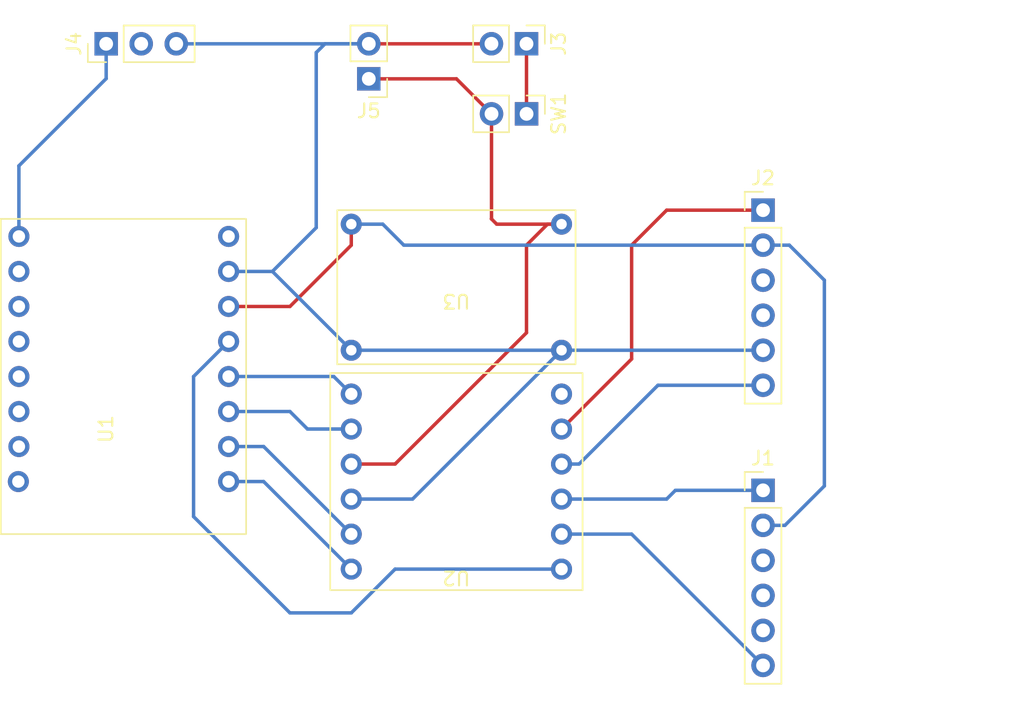
<source format=kicad_pcb>
(kicad_pcb (version 20221018) (generator pcbnew)
  (layers (0 "F.Cu" signal) (31 "B.Cu" signal) (34 "B.Paste" user) (35 "F.Paste" user) (36 "B.SilkS" user "B.Silkscreen") (37 "F.SilkS" user "F.Silkscreen") (38 "B.Mask" user) (39 "F.Mask" user) (44 "Edge.Cuts" user))
  (net 0 "")
  (net 1 "/ESC")
  (net 3 "GND")
  (net 4 "/+BATT SW")
  (net 5 "+BATT")
  (net 6 "+3.3V")
  (net 7 "/SLEEP")
  (net 8 "/M1 Control A")
  (net 9 "/M1 Control B")
  (net 10 "/M2 Control A")
  (net 11 "/M2 Control B")
  (net 12 "/M2 EB")
  (net 13 "/M2 EA")
  (net 14 "/M1 EB")
  (net 15 "/M1 EA")
  (net 16 "/M1 B")
  (net 17 "/M1 A")
  (net 18 "/M2 B")
  (net 19 "/M2 A")
  (footprint "My_Library:Mini360" (layer "F.Cu") (at 130.81 61.468 180)
    (fp_text reference "U3" (at 0 -1.008 180 unlocked) (layer "F.SilkS"))
    (fp_text value "Mini360")
    (fp_rect (start 8.636 -5.588) (end -8.636 5.588) (stroke (width 0.12)) (fill none) (layer "F.SilkS"))
    (pad "1" thru_hole circle (at -7.62 -4.572 180) (size 1.524 1.524) (drill 0.762) (layers "*.Cu" "*.Mask") (net 3 "GND"))
    (pad "2" thru_hole circle (at -7.62 4.572 180) (size 1.524 1.524) (drill 0.762) (layers "*.Cu" "*.Mask") (net 4 "/+BATT SW"))
    (pad "3" thru_hole circle (at 7.62 -4.572 180) (size 1.524 1.524) (drill 0.762) (layers "*.Cu" "*.Mask") (net 3 "GND"))
    (pad "4" thru_hole circle (at 7.62 4.572 180) (size 1.524 1.524) (drill 0.762) (layers "*.Cu" "*.Mask") (net 6 "+3.3V"))
  )
  (footprint "My_Library:HW-627" (layer "F.Cu") (at 130.81 76.835 180)
    (fp_text reference "U2" (at 0 -5.715 180 unlocked) (layer "F.SilkS"))
    (fp_text value "~")
    (fp_rect (start -9.144 -6.604) (end 9.144 9.144) (stroke (width 0.12)) (fill none) (layer "F.SilkS"))
    (pad "1" thru_hole circle (at -7.62 -5.08 180) (size 1.524 1.524) (drill 0.9) (layers "*.Cu" "*.Mask") (net 7 "/SLEEP"))
    (pad "2" thru_hole circle (at -7.62 -2.54 180) (size 1.524 1.524) (drill 0.9) (layers "*.Cu" "*.Mask") (net 16 "/M1 B"))
    (pad "3" thru_hole circle (at -7.62 0 180) (size 1.524 1.524) (drill 0.9) (layers "*.Cu" "*.Mask") (net 17 "/M1 A"))
    (pad "4" thru_hole circle (at -7.62 2.54 180) (size 1.524 1.524) (drill 0.9) (layers "*.Cu" "*.Mask") (net 18 "/M2 B"))
    (pad "5" thru_hole circle (at -7.62 5.08 180) (size 1.524 1.524) (drill 0.9) (layers "*.Cu" "*.Mask") (net 19 "/M2 A"))
    (pad "6" thru_hole circle (at -7.62 7.62 180) (size 1.524 1.524) (drill 0.9) (layers "*.Cu" "*.Mask"))
    (pad "7" thru_hole circle (at 7.62 7.62 180) (size 1.524 1.524) (drill 0.9) (layers "*.Cu" "*.Mask") (net 11 "/M2 Control B"))
    (pad "8" thru_hole circle (at 7.62 5.08 180) (size 1.524 1.524) (drill 0.9) (layers "*.Cu" "*.Mask") (net 10 "/M2 Control A"))
    (pad "9" thru_hole circle (at 7.62 2.54 180) (size 1.524 1.524) (drill 0.9) (layers "*.Cu" "*.Mask") (net 4 "/+BATT SW"))
    (pad "10" thru_hole circle (at 7.62 0 180) (size 1.524 1.524) (drill 0.9) (layers "*.Cu" "*.Mask") (net 3 "GND"))
    (pad "11" thru_hole circle (at 7.62 -2.54 180) (size 1.524 1.524) (drill 0.9) (layers "*.Cu" "*.Mask") (net 9 "/M1 Control B"))
    (pad "12" thru_hole circle (at 7.62 -5.08 180) (size 1.524 1.524) (drill 0.9) (layers "*.Cu" "*.Mask") (net 8 "/M1 Control A"))
  )
  (footprint "Espressif:ESP32-C3-SuperMini_PLUS" (layer "F.Cu") (at 106.68 67.945)
    (fp_text reference "U1" (at -1.27 3.81 90 unlocked) (layer "F.SilkS"))
    (fp_text value "~")
    (fp_rect (start -8.89 -11.43) (end 8.89 11.43) (stroke (width 0.12)) (fill none) (layer "F.SilkS"))
    (pad "1" thru_hole circle (at -7.58 -10.16) (size 1.524 1.524) (drill 0.9) (layers "*.Cu" "*.Mask") (net 1 "/ESC"))
    (pad "2" thru_hole circle (at -7.58 -7.62) (size 1.524 1.524) (drill 0.9) (layers "*.Cu" "*.Mask") (net 12 "/M2 EB"))
    (pad "3" thru_hole circle (at -7.58 -5.08) (size 1.524 1.524) (drill 0.9) (layers "*.Cu" "*.Mask") (net 13 "/M2 EA"))
    (pad "4" thru_hole circle (at -7.58 -2.54) (size 1.524 1.524) (drill 0.9) (layers "*.Cu" "*.Mask") (net 14 "/M1 EB"))
    (pad "5" thru_hole circle (at -7.58 0) (size 1.524 1.524) (drill 0.9) (layers "*.Cu" "*.Mask") (net 15 "/M1 EA"))
    (pad "6" thru_hole circle (at -7.58 2.54) (size 1.524 1.524) (drill 0.9) (layers "*.Cu" "*.Mask"))
    (pad "7" thru_hole circle (at -7.58 5.08) (size 1.524 1.524) (drill 0.9) (layers "*.Cu" "*.Mask"))
    (pad "8" thru_hole circle (at -7.62 7.62) (size 1.524 1.524) (drill 0.9) (layers "*.Cu" "*.Mask"))
    (pad "9" thru_hole circle (at 7.62 7.62) (size 1.524 1.524) (drill 0.9) (layers "*.Cu" "*.Mask") (net 8 "/M1 Control A"))
    (pad "10" thru_hole circle (at 7.62 5.08) (size 1.524 1.524) (drill 0.9) (layers "*.Cu" "*.Mask") (net 9 "/M1 Control B"))
    (pad "11" thru_hole circle (at 7.62 2.54) (size 1.524 1.524) (drill 0.9) (layers "*.Cu" "*.Mask") (net 10 "/M2 Control A"))
    (pad "12" thru_hole circle (at 7.62 0) (size 1.524 1.524) (drill 0.9) (layers "*.Cu" "*.Mask") (net 11 "/M2 Control B"))
    (pad "13" thru_hole circle (at 7.62 -2.54) (size 1.524 1.524) (drill 0.9) (layers "*.Cu" "*.Mask") (net 7 "/SLEEP"))
    (pad "14" thru_hole circle (at 7.62 -5.08) (size 1.524 1.524) (drill 0.9) (layers "*.Cu" "*.Mask") (net 6 "+3.3V"))
    (pad "15" thru_hole circle (at 7.62 -7.62) (size 1.524 1.524) (drill 0.9) (layers "*.Cu" "*.Mask") (net 3 "GND"))
    (pad "16" thru_hole circle (at 7.62 -10.16) (size 1.524 1.524) (drill 0.9) (layers "*.Cu" "*.Mask"))
  )
  (footprint "Connector_PinHeader_2.54mm:PinHeader_1x06_P2.54mm_Vertical" (layer "F.Cu") (at 153.035 55.88)
    (fp_text reference "J2" (at 0 -2.33) (layer "F.SilkS"))
    (fp_text value "Motor 1")
    (fp_line (start -1.33 -1.33) (end 0 -1.33) (stroke (width 0.12)) (layer "F.SilkS"))
    (fp_line (start -1.33 0) (end -1.33 -1.33) (stroke (width 0.12)) (layer "F.SilkS"))
    (fp_line (start -1.33 1.27) (end -1.33 14.03) (stroke (width 0.12)) (layer "F.SilkS"))
    (fp_line (start -1.33 1.27) (end 1.33 1.27) (stroke (width 0.12)) (layer "F.SilkS"))
    (fp_line (start -1.33 14.03) (end 1.33 14.03) (stroke (width 0.12)) (layer "F.SilkS"))
    (fp_line (start 1.33 1.27) (end 1.33 14.03) (stroke (width 0.12)) (layer "F.SilkS"))
    (pad "1" thru_hole rect (at 0 0) (size 1.7 1.7) (drill 1) (layers "*.Cu" "*.Mask") (net 19 "/M2 A"))
    (pad "2" thru_hole oval (at 0 2.54) (size 1.7 1.7) (drill 1) (layers "*.Cu" "*.Mask") (net 6 "+3.3V"))
    (pad "3" thru_hole oval (at 0 5.08) (size 1.7 1.7) (drill 1) (layers "*.Cu" "*.Mask") (net 12 "/M2 EB"))
    (pad "4" thru_hole oval (at 0 7.62) (size 1.7 1.7) (drill 1) (layers "*.Cu" "*.Mask") (net 13 "/M2 EA"))
    (pad "5" thru_hole oval (at 0 10.16) (size 1.7 1.7) (drill 1) (layers "*.Cu" "*.Mask") (net 3 "GND"))
    (pad "6" thru_hole oval (at 0 12.7) (size 1.7 1.7) (drill 1) (layers "*.Cu" "*.Mask") (net 18 "/M2 B"))
  )
  (footprint "Connector_PinHeader_2.54mm:PinHeader_1x02_P2.54mm_Vertical" (layer "F.Cu") (at 124.46 46.355 180)
    (fp_text reference "J5" (at 0 -2.33) (layer "F.SilkS"))
    (fp_text value "ESC_PWR")
    (fp_line (start -1.33 -1.33) (end 0 -1.33) (stroke (width 0.12)) (layer "F.SilkS"))
    (fp_line (start -1.33 0) (end -1.33 -1.33) (stroke (width 0.12)) (layer "F.SilkS"))
    (fp_line (start -1.33 1.27) (end -1.33 3.87) (stroke (width 0.12)) (layer "F.SilkS"))
    (fp_line (start -1.33 1.27) (end 1.33 1.27) (stroke (width 0.12)) (layer "F.SilkS"))
    (fp_line (start -1.33 3.87) (end 1.33 3.87) (stroke (width 0.12)) (layer "F.SilkS"))
    (fp_line (start 1.33 1.27) (end 1.33 3.87) (stroke (width 0.12)) (layer "F.SilkS"))
    (pad "1" thru_hole rect (at 0 0 180) (size 1.7 1.7) (drill 1) (layers "*.Cu" "*.Mask") (net 4 "/+BATT SW"))
    (pad "2" thru_hole oval (at 0 2.54 180) (size 1.7 1.7) (drill 1) (layers "*.Cu" "*.Mask") (net 3 "GND"))
  )
  (footprint "Connector_PinHeader_2.54mm:PinHeader_1x03_P2.54mm_Vertical" (layer "F.Cu") (at 105.425 43.815 90)
    (fp_text reference "J4" (at 0 -2.33 90) (layer "F.SilkS"))
    (fp_text value "ESC")
    (fp_line (start -1.33 -1.33) (end 0 -1.33) (stroke (width 0.12)) (layer "F.SilkS"))
    (fp_line (start -1.33 0) (end -1.33 -1.33) (stroke (width 0.12)) (layer "F.SilkS"))
    (fp_line (start -1.33 1.27) (end -1.33 6.41) (stroke (width 0.12)) (layer "F.SilkS"))
    (fp_line (start -1.33 1.27) (end 1.33 1.27) (stroke (width 0.12)) (layer "F.SilkS"))
    (fp_line (start -1.33 6.41) (end 1.33 6.41) (stroke (width 0.12)) (layer "F.SilkS"))
    (fp_line (start 1.33 1.27) (end 1.33 6.41) (stroke (width 0.12)) (layer "F.SilkS"))
    (pad "1" thru_hole rect (at 0 0 90) (size 1.7 1.7) (drill 1) (layers "*.Cu" "*.Mask") (net 1 "/ESC"))
    (pad "2" thru_hole oval (at 0 2.54 90) (size 1.7 1.7) (drill 1) (layers "*.Cu" "*.Mask"))
    (pad "3" thru_hole oval (at 0 5.08 90) (size 1.7 1.7) (drill 1) (layers "*.Cu" "*.Mask") (net 3 "GND"))
  )
  (footprint "Connector_PinHeader_2.54mm:PinHeader_1x02_P2.54mm_Vertical" (layer "F.Cu") (at 135.89 43.81 -90)
    (fp_text reference "J3" (at 0 -2.33 90) (layer "F.SilkS"))
    (fp_text value "Battery")
    (fp_line (start -1.33 -1.33) (end 0 -1.33) (stroke (width 0.12)) (layer "F.SilkS"))
    (fp_line (start -1.33 0) (end -1.33 -1.33) (stroke (width 0.12)) (layer "F.SilkS"))
    (fp_line (start -1.33 1.27) (end -1.33 3.87) (stroke (width 0.12)) (layer "F.SilkS"))
    (fp_line (start -1.33 1.27) (end 1.33 1.27) (stroke (width 0.12)) (layer "F.SilkS"))
    (fp_line (start -1.33 3.87) (end 1.33 3.87) (stroke (width 0.12)) (layer "F.SilkS"))
    (fp_line (start 1.33 1.27) (end 1.33 3.87) (stroke (width 0.12)) (layer "F.SilkS"))
    (pad "1" thru_hole rect (at 0 0 270) (size 1.7 1.7) (drill 1) (layers "*.Cu" "*.Mask") (net 5 "+BATT"))
    (pad "2" thru_hole oval (at 0 2.54 270) (size 1.7 1.7) (drill 1) (layers "*.Cu" "*.Mask") (net 3 "GND"))
  )
  (footprint "Connector_PinHeader_2.54mm:PinHeader_1x06_P2.54mm_Vertical" (layer "F.Cu") (at 153.035 76.2)
    (fp_text reference "J1" (at 0 -2.33) (layer "F.SilkS"))
    (fp_text value "Motor 1")
    (fp_line (start -1.33 -1.33) (end 0 -1.33) (stroke (width 0.12)) (layer "F.SilkS"))
    (fp_line (start -1.33 0) (end -1.33 -1.33) (stroke (width 0.12)) (layer "F.SilkS"))
    (fp_line (start -1.33 1.27) (end -1.33 14.03) (stroke (width 0.12)) (layer "F.SilkS"))
    (fp_line (start -1.33 1.27) (end 1.33 1.27) (stroke (width 0.12)) (layer "F.SilkS"))
    (fp_line (start -1.33 14.03) (end 1.33 14.03) (stroke (width 0.12)) (layer "F.SilkS"))
    (fp_line (start 1.33 1.27) (end 1.33 14.03) (stroke (width 0.12)) (layer "F.SilkS"))
    (pad "1" thru_hole rect (at 0 0) (size 1.7 1.7) (drill 1) (layers "*.Cu" "*.Mask") (net 17 "/M1 A"))
    (pad "2" thru_hole oval (at 0 2.54) (size 1.7 1.7) (drill 1) (layers "*.Cu" "*.Mask") (net 6 "+3.3V"))
    (pad "3" thru_hole oval (at 0 5.08) (size 1.7 1.7) (drill 1) (layers "*.Cu" "*.Mask") (net 14 "/M1 EB"))
    (pad "4" thru_hole oval (at 0 7.62) (size 1.7 1.7) (drill 1) (layers "*.Cu" "*.Mask") (net 15 "/M1 EA"))
    (pad "5" thru_hole oval (at 0 10.16) (size 1.7 1.7) (drill 1) (layers "*.Cu" "*.Mask") (net 3 "GND"))
    (pad "6" thru_hole oval (at 0 12.7) (size 1.7 1.7) (drill 1) (layers "*.Cu" "*.Mask") (net 16 "/M1 B"))
  )
  (footprint "Connector_PinHeader_2.54mm:PinHeader_1x02_P2.54mm_Vertical" (layer "F.Cu") (at 135.895 48.895 -90)
    (fp_text reference "SW1" (at 0 -2.33 90) (layer "F.SilkS"))
    (fp_text value "MAIN_CUTOFF")
    (fp_line (start -1.33 -1.33) (end 0 -1.33) (stroke (width 0.12)) (layer "F.SilkS"))
    (fp_line (start -1.33 0) (end -1.33 -1.33) (stroke (width 0.12)) (layer "F.SilkS"))
    (fp_line (start -1.33 1.27) (end -1.33 3.87) (stroke (width 0.12)) (layer "F.SilkS"))
    (fp_line (start -1.33 1.27) (end 1.33 1.27) (stroke (width 0.12)) (layer "F.SilkS"))
    (fp_line (start -1.33 3.87) (end 1.33 3.87) (stroke (width 0.12)) (layer "F.SilkS"))
    (fp_line (start 1.33 1.27) (end 1.33 3.87) (stroke (width 0.12)) (layer "F.SilkS"))
    (pad "1" thru_hole rect (at 0 0 270) (size 1.7 1.7) (drill 1) (layers "*.Cu" "*.Mask") (net 5 "+BATT"))
    (pad "2" thru_hole oval (at 0 2.54 270) (size 1.7 1.7) (drill 1) (layers "*.Cu" "*.Mask") (net 4 "/+BATT SW"))
  )
  (segment (start 99.1 52.665) (end 105.425 46.34) (width 0.25) (layer "B.Cu") (net 1))
  (segment (start 99.1 57.785) (end 99.1 52.665) (width 0.25) (layer "B.Cu") (net 1))
  (segment (start 105.425 46.34) (end 105.425 43.815) (width 0.25) (layer "B.Cu") (net 1))
  (segment (start 124.46 43.815) (end 133.345 43.815) (width 0.25) (layer "F.Cu") (net 3))
  (segment (start 133.345 43.815) (end 133.35 43.81) (width 0.25) (layer "F.Cu") (net 3))
  (segment (start 123.19 66.04) (end 138.43 66.04) (width 0.25) (layer "B.Cu") (net 3))
  (segment (start 117.475 60.325) (end 123.19 66.04) (width 0.25) (layer "B.Cu") (net 3))
  (segment (start 120.65 44.45) (end 120.65 57.15) (width 0.25) (layer "B.Cu") (net 3))
  (segment (start 123.19 76.835) (end 127.635 76.835) (width 0.25) (layer "B.Cu") (net 3))
  (segment (start 124.46 43.815) (end 121.285 43.815) (width 0.25) (layer "B.Cu") (net 3))
  (segment (start 138.43 66.04) (end 153.035 66.04) (width 0.25) (layer "B.Cu") (net 3))
  (segment (start 127.635 76.835) (end 138.43 66.04) (width 0.25) (layer "B.Cu") (net 3))
  (segment (start 121.285 43.815) (end 120.65 44.45) (width 0.25) (layer "B.Cu") (net 3))
  (segment (start 124.46 43.815) (end 110.505 43.815) (width 0.25) (layer "B.Cu") (net 3))
  (segment (start 120.65 57.15) (end 117.475 60.325) (width 0.25) (layer "B.Cu") (net 3))
  (segment (start 114.3 60.325) (end 117.475 60.325) (width 0.25) (layer "B.Cu") (net 3))
  (segment (start 130.815 46.355) (end 133.355 48.895) (width 0.25) (layer "F.Cu") (net 4))
  (segment (start 126.365 74.295) (end 135.89 64.77) (width 0.25) (layer "F.Cu") (net 4))
  (segment (start 133.355 48.895) (end 133.355 56.51) (width 0.25) (layer "F.Cu") (net 4))
  (segment (start 123.19 74.295) (end 126.365 74.295) (width 0.25) (layer "F.Cu") (net 4))
  (segment (start 133.35 56.515) (end 133.731 56.896) (width 0.25) (layer "F.Cu") (net 4))
  (segment (start 135.89 58.42) (end 137.414 56.896) (width 0.25) (layer "F.Cu") (net 4))
  (segment (start 124.46 46.355) (end 130.815 46.355) (width 0.25) (layer "F.Cu") (net 4))
  (segment (start 135.89 64.77) (end 135.89 58.42) (width 0.25) (layer "F.Cu") (net 4))
  (segment (start 137.414 56.896) (end 138.43 56.896) (width 0.25) (layer "F.Cu") (net 4))
  (segment (start 133.731 56.896) (end 138.43 56.896) (width 0.25) (layer "F.Cu") (net 4))
  (segment (start 133.355 56.51) (end 133.35 56.515) (width 0.25) (layer "F.Cu") (net 4))
  (segment (start 135.89 43.81) (end 135.89 48.89) (width 0.25) (layer "F.Cu") (net 5))
  (segment (start 135.89 48.89) (end 135.895 48.895) (width 0.25) (layer "F.Cu") (net 5))
  (segment (start 123.19 58.42) (end 118.745 62.865) (width 0.25) (layer "F.Cu") (net 6))
  (segment (start 114.3 62.865) (end 118.745 62.865) (width 0.25) (layer "F.Cu") (net 6))
  (segment (start 123.19 56.896) (end 123.19 58.42) (width 0.25) (layer "F.Cu") (net 6))
  (segment (start 157.48 60.96) (end 157.48 75.8825) (width 0.25) (layer "B.Cu") (net 6))
  (segment (start 153.035 58.42) (end 154.94 58.42) (width 0.25) (layer "B.Cu") (net 6))
  (segment (start 154.94 58.42) (end 157.48 60.96) (width 0.25) (layer "B.Cu") (net 6))
  (segment (start 123.19 56.896) (end 125.476 56.896) (width 0.25) (layer "B.Cu") (net 6))
  (segment (start 125.476 56.896) (end 127 58.42) (width 0.25) (layer "B.Cu") (net 6))
  (segment (start 157.48 75.8825) (end 154.6225 78.74) (width 0.25) (layer "B.Cu") (net 6))
  (segment (start 127 58.42) (end 153.035 58.42) (width 0.25) (layer "B.Cu") (net 6))
  (segment (start 154.6225 78.74) (end 153.035 78.74) (width 0.25) (layer "B.Cu") (net 6))
  (segment (start 123.19 85.09) (end 118.745 85.09) (width 0.25) (layer "B.Cu") (net 7))
  (segment (start 118.745 85.09) (end 111.76 78.105) (width 0.25) (layer "B.Cu") (net 7))
  (segment (start 138.43 81.915) (end 126.365 81.915) (width 0.25) (layer "B.Cu") (net 7))
  (segment (start 111.76 78.105) (end 111.76 67.945) (width 0.25) (layer "B.Cu") (net 7))
  (segment (start 126.365 81.915) (end 123.19 85.09) (width 0.25) (layer "B.Cu") (net 7))
  (segment (start 111.76 67.945) (end 114.3 65.405) (width 0.25) (layer "B.Cu") (net 7))
  (segment (start 116.84 75.565) (end 123.19 81.915) (width 0.25) (layer "B.Cu") (net 8))
  (segment (start 114.3 75.565) (end 116.84 75.565) (width 0.25) (layer "B.Cu") (net 8))
  (segment (start 114.3 73.025) (end 116.84 73.025) (width 0.25) (layer "B.Cu") (net 9))
  (segment (start 116.84 73.025) (end 123.19 79.375) (width 0.25) (layer "B.Cu") (net 9))
  (segment (start 114.3 70.485) (end 118.745 70.485) (width 0.25) (layer "B.Cu") (net 10))
  (segment (start 120.015 71.755) (end 123.19 71.755) (width 0.25) (layer "B.Cu") (net 10))
  (segment (start 118.745 70.485) (end 120.015 71.755) (width 0.25) (layer "B.Cu") (net 10))
  (segment (start 114.3 67.945) (end 121.92 67.945) (width 0.25) (layer "B.Cu") (net 11))
  (segment (start 121.92 67.945) (end 123.19 69.215) (width 0.25) (layer "B.Cu") (net 11))
  (segment (start 138.43 79.375) (end 143.51 79.375) (width 0.25) (layer "B.Cu") (net 16))
  (segment (start 143.51 79.375) (end 153.035 88.9) (width 0.25) (layer "B.Cu") (net 16))
  (segment (start 146.685 76.2) (end 153.035 76.2) (width 0.25) (layer "B.Cu") (net 17))
  (segment (start 146.05 76.835) (end 146.685 76.2) (width 0.25) (layer "B.Cu") (net 17))
  (segment (start 138.43 76.835) (end 146.05 76.835) (width 0.25) (layer "B.Cu") (net 17))
  (segment (start 139.7 74.295) (end 145.415 68.58) (width 0.25) (layer "B.Cu") (net 18))
  (segment (start 145.415 68.58) (end 153.035 68.58) (width 0.25) (layer "B.Cu") (net 18))
  (segment (start 138.43 74.295) (end 139.7 74.295) (width 0.25) (layer "B.Cu") (net 18))
  (segment (start 143.51 58.42) (end 146.05 55.88) (width 0.25) (layer "F.Cu") (net 19))
  (segment (start 146.05 55.88) (end 153.035 55.88) (width 0.25) (layer "F.Cu") (net 19))
  (segment (start 143.51 66.675) (end 143.51 58.42) (width 0.25) (layer "F.Cu") (net 19))
  (segment (start 138.43 71.755) (end 143.51 66.675) (width 0.25) (layer "F.Cu") (net 19))
)
</source>
